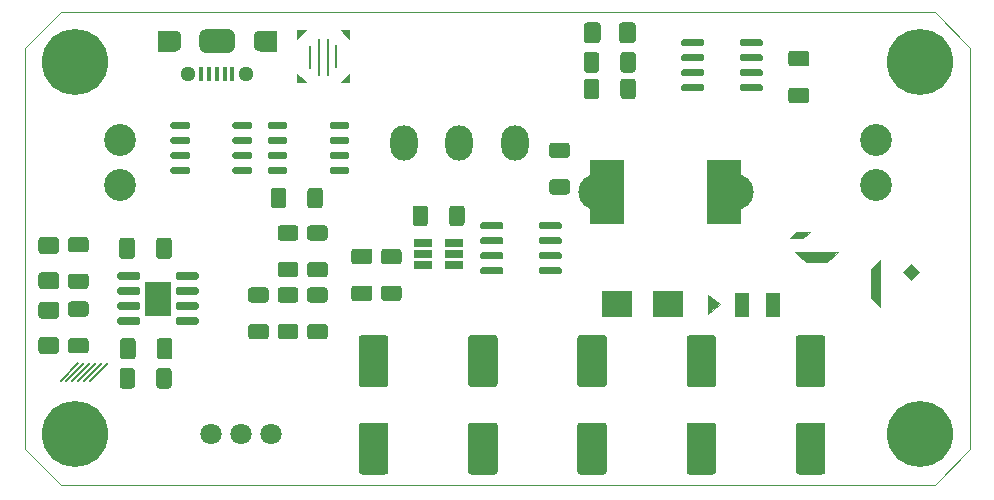
<source format=gbr>
%TF.GenerationSoftware,KiCad,Pcbnew,(5.1.10)-1*%
%TF.CreationDate,2021-06-27T16:28:37+02:00*%
%TF.ProjectId,BatteryBoost,42617474-6572-4794-926f-6f73742e6b69,rev?*%
%TF.SameCoordinates,Original*%
%TF.FileFunction,Soldermask,Top*%
%TF.FilePolarity,Negative*%
%FSLAX46Y46*%
G04 Gerber Fmt 4.6, Leading zero omitted, Abs format (unit mm)*
G04 Created by KiCad (PCBNEW (5.1.10)-1) date 2021-06-27 16:28:37*
%MOMM*%
%LPD*%
G01*
G04 APERTURE LIST*
%ADD10C,0.150000*%
%ADD11C,0.100000*%
%TA.AperFunction,Profile*%
%ADD12C,0.050000*%
%TD*%
%ADD13C,0.120000*%
%ADD14R,1.200000X2.000000*%
%ADD15R,1.560000X0.650000*%
%ADD16R,2.290000X3.000000*%
%ADD17O,2.300000X3.000000*%
%ADD18C,1.800000*%
%ADD19C,3.000000*%
%ADD20R,2.900000X5.400000*%
%ADD21C,2.700000*%
%ADD22O,1.100000X1.800000*%
%ADD23R,0.400000X1.250000*%
%ADD24C,1.290000*%
%ADD25R,2.500000X2.300000*%
%ADD26C,5.600000*%
%ADD27C,3.600000*%
G04 APERTURE END LIST*
D10*
X24150000Y-4750000D02*
X24150000Y-2850000D01*
X24900000Y-5300000D02*
X24900000Y-2300000D01*
X26350000Y-2750000D02*
X26350000Y-4650000D01*
X25600000Y-2300000D02*
X25600000Y-5300000D01*
D11*
G36*
X27450000Y-5950000D02*
G01*
X26750000Y-5950000D01*
X27450000Y-5250000D01*
X27450000Y-5950000D01*
G37*
X27450000Y-5950000D02*
X26750000Y-5950000D01*
X27450000Y-5250000D01*
X27450000Y-5950000D01*
G36*
X23750000Y-5950000D02*
G01*
X23050000Y-5950000D01*
X23050000Y-5250000D01*
X23750000Y-5950000D01*
G37*
X23750000Y-5950000D02*
X23050000Y-5950000D01*
X23050000Y-5250000D01*
X23750000Y-5950000D01*
G36*
X27450000Y-2250000D02*
G01*
X26750000Y-1550000D01*
X27450000Y-1550000D01*
X27450000Y-2250000D01*
G37*
X27450000Y-2250000D02*
X26750000Y-1550000D01*
X27450000Y-1550000D01*
X27450000Y-2250000D01*
G36*
X23050000Y-2250000D02*
G01*
X23050000Y-1550000D01*
X23750000Y-1550000D01*
X23050000Y-2250000D01*
G37*
X23050000Y-2250000D02*
X23050000Y-1550000D01*
X23750000Y-1550000D01*
X23050000Y-2250000D01*
D10*
X5500000Y-31250000D02*
X7000000Y-29750000D01*
X5000000Y-31250000D02*
X6500000Y-29750000D01*
X4500000Y-31250000D02*
X6000000Y-29750000D01*
X4000000Y-31250000D02*
X5500000Y-29750000D01*
X3500000Y-31250000D02*
X5000000Y-29750000D01*
X3000000Y-31250000D02*
X4500000Y-29750000D01*
D11*
G36*
X65900000Y-19150000D02*
G01*
X64750000Y-19150000D01*
X65300000Y-18600000D01*
X66450000Y-18600000D01*
X65900000Y-19150000D01*
G37*
X65900000Y-19150000D02*
X64750000Y-19150000D01*
X65300000Y-18600000D01*
X66450000Y-18600000D01*
X65900000Y-19150000D01*
G36*
X58850000Y-24750000D02*
G01*
X57850000Y-25550000D01*
X57850000Y-23950000D01*
X58850000Y-24750000D01*
G37*
X58850000Y-24750000D02*
X57850000Y-25550000D01*
X57850000Y-23950000D01*
X58850000Y-24750000D01*
G36*
X75700000Y-22000000D02*
G01*
X75000000Y-22700000D01*
X74300000Y-22000000D01*
X75000000Y-21300000D01*
X75700000Y-22000000D01*
G37*
X75700000Y-22000000D02*
X75000000Y-22700000D01*
X74300000Y-22000000D01*
X75000000Y-21300000D01*
X75700000Y-22000000D01*
G36*
X72400000Y-25000000D02*
G01*
X71600000Y-24200000D01*
X71600000Y-21800000D01*
X72400000Y-21000000D01*
X72400000Y-25000000D01*
G37*
X72400000Y-25000000D02*
X71600000Y-24200000D01*
X71600000Y-21800000D01*
X72400000Y-21000000D01*
X72400000Y-25000000D01*
G36*
X67900000Y-21200000D02*
G01*
X66100000Y-21200000D01*
X65200000Y-20300000D01*
X68800000Y-20300000D01*
X67900000Y-21200000D01*
G37*
X67900000Y-21200000D02*
X66100000Y-21200000D01*
X65200000Y-20300000D01*
X68800000Y-20300000D01*
X67900000Y-21200000D01*
D12*
X3000000Y-40000000D02*
X0Y-37000000D01*
X80000000Y-37000000D02*
X77000000Y-40000000D01*
X77000000Y0D02*
X80000000Y-3000000D01*
X0Y-3000000D02*
X3000000Y0D01*
X80000000Y-37000000D02*
X80000000Y-3000000D01*
X3000000Y-40000000D02*
X77000000Y-40000000D01*
X77000000Y0D02*
X3000000Y0D01*
X0Y-3000000D02*
X0Y-37000000D01*
D13*
%TO.C,J5*%
X19850000Y-1600000D02*
X21250000Y-1600000D01*
X19850000Y-3300000D02*
X21250000Y-3300000D01*
X21250000Y-1600000D02*
X21250000Y-3300000D01*
D11*
G36*
X21250000Y-3300000D02*
G01*
X19850000Y-3300000D01*
X19850000Y-1600000D01*
X21250000Y-1600000D01*
X21250000Y-3300000D01*
G37*
X21250000Y-3300000D02*
X19850000Y-3300000D01*
X19850000Y-1600000D01*
X21250000Y-1600000D01*
X21250000Y-3300000D01*
D13*
X12650000Y-1600000D02*
X11250000Y-1600000D01*
X11250000Y-3300000D02*
X11250000Y-1600000D01*
D11*
G36*
X11250000Y-1600000D02*
G01*
X12650000Y-1600000D01*
X12650000Y-3300000D01*
X11250000Y-3300000D01*
X11250000Y-1600000D01*
G37*
X11250000Y-1600000D02*
X12650000Y-1600000D01*
X12650000Y-3300000D01*
X11250000Y-3300000D01*
X11250000Y-1600000D01*
D13*
X12650000Y-3300000D02*
X11250000Y-3300000D01*
%TD*%
D14*
%TO.C,L2*%
X63300000Y-24800000D03*
X60700000Y-24800000D03*
%TD*%
D15*
%TO.C,U3*%
X36350000Y-21450000D03*
X36350000Y-20500000D03*
X36350000Y-19550000D03*
X33650000Y-19550000D03*
X33650000Y-21450000D03*
X33650000Y-20500000D03*
%TD*%
%TO.C,R16*%
G36*
G01*
X32800000Y-17875000D02*
X32800000Y-16625000D01*
G75*
G02*
X33050000Y-16375000I250000J0D01*
G01*
X33850000Y-16375000D01*
G75*
G02*
X34100000Y-16625000I0J-250000D01*
G01*
X34100000Y-17875000D01*
G75*
G02*
X33850000Y-18125000I-250000J0D01*
G01*
X33050000Y-18125000D01*
G75*
G02*
X32800000Y-17875000I0J250000D01*
G01*
G37*
G36*
G01*
X35900000Y-17875000D02*
X35900000Y-16625000D01*
G75*
G02*
X36150000Y-16375000I250000J0D01*
G01*
X36950000Y-16375000D01*
G75*
G02*
X37200000Y-16625000I0J-250000D01*
G01*
X37200000Y-17875000D01*
G75*
G02*
X36950000Y-18125000I-250000J0D01*
G01*
X36150000Y-18125000D01*
G75*
G02*
X35900000Y-17875000I0J250000D01*
G01*
G37*
%TD*%
%TO.C,R15*%
G36*
G01*
X31625000Y-24450000D02*
X30375000Y-24450000D01*
G75*
G02*
X30125000Y-24200000I0J250000D01*
G01*
X30125000Y-23400000D01*
G75*
G02*
X30375000Y-23150000I250000J0D01*
G01*
X31625000Y-23150000D01*
G75*
G02*
X31875000Y-23400000I0J-250000D01*
G01*
X31875000Y-24200000D01*
G75*
G02*
X31625000Y-24450000I-250000J0D01*
G01*
G37*
G36*
G01*
X31625000Y-21350000D02*
X30375000Y-21350000D01*
G75*
G02*
X30125000Y-21100000I0J250000D01*
G01*
X30125000Y-20300000D01*
G75*
G02*
X30375000Y-20050000I250000J0D01*
G01*
X31625000Y-20050000D01*
G75*
G02*
X31875000Y-20300000I0J-250000D01*
G01*
X31875000Y-21100000D01*
G75*
G02*
X31625000Y-21350000I-250000J0D01*
G01*
G37*
%TD*%
%TO.C,Q4*%
G36*
G01*
X38550000Y-18245000D02*
X38550000Y-17945000D01*
G75*
G02*
X38700000Y-17795000I150000J0D01*
G01*
X40350000Y-17795000D01*
G75*
G02*
X40500000Y-17945000I0J-150000D01*
G01*
X40500000Y-18245000D01*
G75*
G02*
X40350000Y-18395000I-150000J0D01*
G01*
X38700000Y-18395000D01*
G75*
G02*
X38550000Y-18245000I0J150000D01*
G01*
G37*
G36*
G01*
X38550000Y-19515000D02*
X38550000Y-19215000D01*
G75*
G02*
X38700000Y-19065000I150000J0D01*
G01*
X40350000Y-19065000D01*
G75*
G02*
X40500000Y-19215000I0J-150000D01*
G01*
X40500000Y-19515000D01*
G75*
G02*
X40350000Y-19665000I-150000J0D01*
G01*
X38700000Y-19665000D01*
G75*
G02*
X38550000Y-19515000I0J150000D01*
G01*
G37*
G36*
G01*
X38550000Y-20785000D02*
X38550000Y-20485000D01*
G75*
G02*
X38700000Y-20335000I150000J0D01*
G01*
X40350000Y-20335000D01*
G75*
G02*
X40500000Y-20485000I0J-150000D01*
G01*
X40500000Y-20785000D01*
G75*
G02*
X40350000Y-20935000I-150000J0D01*
G01*
X38700000Y-20935000D01*
G75*
G02*
X38550000Y-20785000I0J150000D01*
G01*
G37*
G36*
G01*
X38550000Y-22055000D02*
X38550000Y-21755000D01*
G75*
G02*
X38700000Y-21605000I150000J0D01*
G01*
X40350000Y-21605000D01*
G75*
G02*
X40500000Y-21755000I0J-150000D01*
G01*
X40500000Y-22055000D01*
G75*
G02*
X40350000Y-22205000I-150000J0D01*
G01*
X38700000Y-22205000D01*
G75*
G02*
X38550000Y-22055000I0J150000D01*
G01*
G37*
G36*
G01*
X43500000Y-22055000D02*
X43500000Y-21755000D01*
G75*
G02*
X43650000Y-21605000I150000J0D01*
G01*
X45300000Y-21605000D01*
G75*
G02*
X45450000Y-21755000I0J-150000D01*
G01*
X45450000Y-22055000D01*
G75*
G02*
X45300000Y-22205000I-150000J0D01*
G01*
X43650000Y-22205000D01*
G75*
G02*
X43500000Y-22055000I0J150000D01*
G01*
G37*
G36*
G01*
X43500000Y-20785000D02*
X43500000Y-20485000D01*
G75*
G02*
X43650000Y-20335000I150000J0D01*
G01*
X45300000Y-20335000D01*
G75*
G02*
X45450000Y-20485000I0J-150000D01*
G01*
X45450000Y-20785000D01*
G75*
G02*
X45300000Y-20935000I-150000J0D01*
G01*
X43650000Y-20935000D01*
G75*
G02*
X43500000Y-20785000I0J150000D01*
G01*
G37*
G36*
G01*
X43500000Y-19515000D02*
X43500000Y-19215000D01*
G75*
G02*
X43650000Y-19065000I150000J0D01*
G01*
X45300000Y-19065000D01*
G75*
G02*
X45450000Y-19215000I0J-150000D01*
G01*
X45450000Y-19515000D01*
G75*
G02*
X45300000Y-19665000I-150000J0D01*
G01*
X43650000Y-19665000D01*
G75*
G02*
X43500000Y-19515000I0J150000D01*
G01*
G37*
G36*
G01*
X43500000Y-18245000D02*
X43500000Y-17945000D01*
G75*
G02*
X43650000Y-17795000I150000J0D01*
G01*
X45300000Y-17795000D01*
G75*
G02*
X45450000Y-17945000I0J-150000D01*
G01*
X45450000Y-18245000D01*
G75*
G02*
X45300000Y-18395000I-150000J0D01*
G01*
X43650000Y-18395000D01*
G75*
G02*
X43500000Y-18245000I0J150000D01*
G01*
G37*
%TD*%
%TO.C,C9*%
G36*
G01*
X27849999Y-20025000D02*
X29150001Y-20025000D01*
G75*
G02*
X29400000Y-20274999I0J-249999D01*
G01*
X29400000Y-21100001D01*
G75*
G02*
X29150001Y-21350000I-249999J0D01*
G01*
X27849999Y-21350000D01*
G75*
G02*
X27600000Y-21100001I0J249999D01*
G01*
X27600000Y-20274999D01*
G75*
G02*
X27849999Y-20025000I249999J0D01*
G01*
G37*
G36*
G01*
X27849999Y-23150000D02*
X29150001Y-23150000D01*
G75*
G02*
X29400000Y-23399999I0J-249999D01*
G01*
X29400000Y-24225001D01*
G75*
G02*
X29150001Y-24475000I-249999J0D01*
G01*
X27849999Y-24475000D01*
G75*
G02*
X27600000Y-24225001I0J249999D01*
G01*
X27600000Y-23399999D01*
G75*
G02*
X27849999Y-23150000I249999J0D01*
G01*
G37*
%TD*%
%TO.C,C3*%
G36*
G01*
X64849999Y-3275000D02*
X66150001Y-3275000D01*
G75*
G02*
X66400000Y-3524999I0J-249999D01*
G01*
X66400000Y-4350001D01*
G75*
G02*
X66150001Y-4600000I-249999J0D01*
G01*
X64849999Y-4600000D01*
G75*
G02*
X64600000Y-4350001I0J249999D01*
G01*
X64600000Y-3524999D01*
G75*
G02*
X64849999Y-3275000I249999J0D01*
G01*
G37*
G36*
G01*
X64849999Y-6400000D02*
X66150001Y-6400000D01*
G75*
G02*
X66400000Y-6649999I0J-249999D01*
G01*
X66400000Y-7475001D01*
G75*
G02*
X66150001Y-7725000I-249999J0D01*
G01*
X64849999Y-7725000D01*
G75*
G02*
X64600000Y-7475001I0J249999D01*
G01*
X64600000Y-6649999D01*
G75*
G02*
X64849999Y-6400000I249999J0D01*
G01*
G37*
%TD*%
%TO.C,R2*%
G36*
G01*
X44625000Y-14150000D02*
X45875000Y-14150000D01*
G75*
G02*
X46125000Y-14400000I0J-250000D01*
G01*
X46125000Y-15200000D01*
G75*
G02*
X45875000Y-15450000I-250000J0D01*
G01*
X44625000Y-15450000D01*
G75*
G02*
X44375000Y-15200000I0J250000D01*
G01*
X44375000Y-14400000D01*
G75*
G02*
X44625000Y-14150000I250000J0D01*
G01*
G37*
G36*
G01*
X44625000Y-11050000D02*
X45875000Y-11050000D01*
G75*
G02*
X46125000Y-11300000I0J-250000D01*
G01*
X46125000Y-12100000D01*
G75*
G02*
X45875000Y-12350000I-250000J0D01*
G01*
X44625000Y-12350000D01*
G75*
G02*
X44375000Y-12100000I0J250000D01*
G01*
X44375000Y-11300000D01*
G75*
G02*
X44625000Y-11050000I250000J0D01*
G01*
G37*
%TD*%
%TO.C,R10*%
G36*
G01*
X22100000Y-15125000D02*
X22100000Y-16375000D01*
G75*
G02*
X21850000Y-16625000I-250000J0D01*
G01*
X21050000Y-16625000D01*
G75*
G02*
X20800000Y-16375000I0J250000D01*
G01*
X20800000Y-15125000D01*
G75*
G02*
X21050000Y-14875000I250000J0D01*
G01*
X21850000Y-14875000D01*
G75*
G02*
X22100000Y-15125000I0J-250000D01*
G01*
G37*
G36*
G01*
X25200000Y-15125000D02*
X25200000Y-16375000D01*
G75*
G02*
X24950000Y-16625000I-250000J0D01*
G01*
X24150000Y-16625000D01*
G75*
G02*
X23900000Y-16375000I0J250000D01*
G01*
X23900000Y-15125000D01*
G75*
G02*
X24150000Y-14875000I250000J0D01*
G01*
X24950000Y-14875000D01*
G75*
G02*
X25200000Y-15125000I0J-250000D01*
G01*
G37*
%TD*%
%TO.C,Q1*%
G36*
G01*
X20550000Y-9745000D02*
X20550000Y-9445000D01*
G75*
G02*
X20700000Y-9295000I150000J0D01*
G01*
X22050000Y-9295000D01*
G75*
G02*
X22200000Y-9445000I0J-150000D01*
G01*
X22200000Y-9745000D01*
G75*
G02*
X22050000Y-9895000I-150000J0D01*
G01*
X20700000Y-9895000D01*
G75*
G02*
X20550000Y-9745000I0J150000D01*
G01*
G37*
G36*
G01*
X20550000Y-11015000D02*
X20550000Y-10715000D01*
G75*
G02*
X20700000Y-10565000I150000J0D01*
G01*
X22050000Y-10565000D01*
G75*
G02*
X22200000Y-10715000I0J-150000D01*
G01*
X22200000Y-11015000D01*
G75*
G02*
X22050000Y-11165000I-150000J0D01*
G01*
X20700000Y-11165000D01*
G75*
G02*
X20550000Y-11015000I0J150000D01*
G01*
G37*
G36*
G01*
X20550000Y-12285000D02*
X20550000Y-11985000D01*
G75*
G02*
X20700000Y-11835000I150000J0D01*
G01*
X22050000Y-11835000D01*
G75*
G02*
X22200000Y-11985000I0J-150000D01*
G01*
X22200000Y-12285000D01*
G75*
G02*
X22050000Y-12435000I-150000J0D01*
G01*
X20700000Y-12435000D01*
G75*
G02*
X20550000Y-12285000I0J150000D01*
G01*
G37*
G36*
G01*
X20550000Y-13555000D02*
X20550000Y-13255000D01*
G75*
G02*
X20700000Y-13105000I150000J0D01*
G01*
X22050000Y-13105000D01*
G75*
G02*
X22200000Y-13255000I0J-150000D01*
G01*
X22200000Y-13555000D01*
G75*
G02*
X22050000Y-13705000I-150000J0D01*
G01*
X20700000Y-13705000D01*
G75*
G02*
X20550000Y-13555000I0J150000D01*
G01*
G37*
G36*
G01*
X25800000Y-13555000D02*
X25800000Y-13255000D01*
G75*
G02*
X25950000Y-13105000I150000J0D01*
G01*
X27300000Y-13105000D01*
G75*
G02*
X27450000Y-13255000I0J-150000D01*
G01*
X27450000Y-13555000D01*
G75*
G02*
X27300000Y-13705000I-150000J0D01*
G01*
X25950000Y-13705000D01*
G75*
G02*
X25800000Y-13555000I0J150000D01*
G01*
G37*
G36*
G01*
X25800000Y-12285000D02*
X25800000Y-11985000D01*
G75*
G02*
X25950000Y-11835000I150000J0D01*
G01*
X27300000Y-11835000D01*
G75*
G02*
X27450000Y-11985000I0J-150000D01*
G01*
X27450000Y-12285000D01*
G75*
G02*
X27300000Y-12435000I-150000J0D01*
G01*
X25950000Y-12435000D01*
G75*
G02*
X25800000Y-12285000I0J150000D01*
G01*
G37*
G36*
G01*
X25800000Y-11015000D02*
X25800000Y-10715000D01*
G75*
G02*
X25950000Y-10565000I150000J0D01*
G01*
X27300000Y-10565000D01*
G75*
G02*
X27450000Y-10715000I0J-150000D01*
G01*
X27450000Y-11015000D01*
G75*
G02*
X27300000Y-11165000I-150000J0D01*
G01*
X25950000Y-11165000D01*
G75*
G02*
X25800000Y-11015000I0J150000D01*
G01*
G37*
G36*
G01*
X25800000Y-9745000D02*
X25800000Y-9445000D01*
G75*
G02*
X25950000Y-9295000I150000J0D01*
G01*
X27300000Y-9295000D01*
G75*
G02*
X27450000Y-9445000I0J-150000D01*
G01*
X27450000Y-9745000D01*
G75*
G02*
X27300000Y-9895000I-150000J0D01*
G01*
X25950000Y-9895000D01*
G75*
G02*
X25800000Y-9745000I0J150000D01*
G01*
G37*
%TD*%
%TO.C,Q2*%
G36*
G01*
X13950000Y-13255000D02*
X13950000Y-13555000D01*
G75*
G02*
X13800000Y-13705000I-150000J0D01*
G01*
X12450000Y-13705000D01*
G75*
G02*
X12300000Y-13555000I0J150000D01*
G01*
X12300000Y-13255000D01*
G75*
G02*
X12450000Y-13105000I150000J0D01*
G01*
X13800000Y-13105000D01*
G75*
G02*
X13950000Y-13255000I0J-150000D01*
G01*
G37*
G36*
G01*
X13950000Y-11985000D02*
X13950000Y-12285000D01*
G75*
G02*
X13800000Y-12435000I-150000J0D01*
G01*
X12450000Y-12435000D01*
G75*
G02*
X12300000Y-12285000I0J150000D01*
G01*
X12300000Y-11985000D01*
G75*
G02*
X12450000Y-11835000I150000J0D01*
G01*
X13800000Y-11835000D01*
G75*
G02*
X13950000Y-11985000I0J-150000D01*
G01*
G37*
G36*
G01*
X13950000Y-10715000D02*
X13950000Y-11015000D01*
G75*
G02*
X13800000Y-11165000I-150000J0D01*
G01*
X12450000Y-11165000D01*
G75*
G02*
X12300000Y-11015000I0J150000D01*
G01*
X12300000Y-10715000D01*
G75*
G02*
X12450000Y-10565000I150000J0D01*
G01*
X13800000Y-10565000D01*
G75*
G02*
X13950000Y-10715000I0J-150000D01*
G01*
G37*
G36*
G01*
X13950000Y-9445000D02*
X13950000Y-9745000D01*
G75*
G02*
X13800000Y-9895000I-150000J0D01*
G01*
X12450000Y-9895000D01*
G75*
G02*
X12300000Y-9745000I0J150000D01*
G01*
X12300000Y-9445000D01*
G75*
G02*
X12450000Y-9295000I150000J0D01*
G01*
X13800000Y-9295000D01*
G75*
G02*
X13950000Y-9445000I0J-150000D01*
G01*
G37*
G36*
G01*
X19200000Y-9445000D02*
X19200000Y-9745000D01*
G75*
G02*
X19050000Y-9895000I-150000J0D01*
G01*
X17700000Y-9895000D01*
G75*
G02*
X17550000Y-9745000I0J150000D01*
G01*
X17550000Y-9445000D01*
G75*
G02*
X17700000Y-9295000I150000J0D01*
G01*
X19050000Y-9295000D01*
G75*
G02*
X19200000Y-9445000I0J-150000D01*
G01*
G37*
G36*
G01*
X19200000Y-10715000D02*
X19200000Y-11015000D01*
G75*
G02*
X19050000Y-11165000I-150000J0D01*
G01*
X17700000Y-11165000D01*
G75*
G02*
X17550000Y-11015000I0J150000D01*
G01*
X17550000Y-10715000D01*
G75*
G02*
X17700000Y-10565000I150000J0D01*
G01*
X19050000Y-10565000D01*
G75*
G02*
X19200000Y-10715000I0J-150000D01*
G01*
G37*
G36*
G01*
X19200000Y-11985000D02*
X19200000Y-12285000D01*
G75*
G02*
X19050000Y-12435000I-150000J0D01*
G01*
X17700000Y-12435000D01*
G75*
G02*
X17550000Y-12285000I0J150000D01*
G01*
X17550000Y-11985000D01*
G75*
G02*
X17700000Y-11835000I150000J0D01*
G01*
X19050000Y-11835000D01*
G75*
G02*
X19200000Y-11985000I0J-150000D01*
G01*
G37*
G36*
G01*
X19200000Y-13255000D02*
X19200000Y-13555000D01*
G75*
G02*
X19050000Y-13705000I-150000J0D01*
G01*
X17700000Y-13705000D01*
G75*
G02*
X17550000Y-13555000I0J150000D01*
G01*
X17550000Y-13255000D01*
G75*
G02*
X17700000Y-13105000I150000J0D01*
G01*
X19050000Y-13105000D01*
G75*
G02*
X19200000Y-13255000I0J-150000D01*
G01*
G37*
%TD*%
%TO.C,U2*%
G36*
G01*
X14700000Y-26005000D02*
X14700000Y-26305000D01*
G75*
G02*
X14550000Y-26455000I-150000J0D01*
G01*
X12900000Y-26455000D01*
G75*
G02*
X12750000Y-26305000I0J150000D01*
G01*
X12750000Y-26005000D01*
G75*
G02*
X12900000Y-25855000I150000J0D01*
G01*
X14550000Y-25855000D01*
G75*
G02*
X14700000Y-26005000I0J-150000D01*
G01*
G37*
G36*
G01*
X14700000Y-24735000D02*
X14700000Y-25035000D01*
G75*
G02*
X14550000Y-25185000I-150000J0D01*
G01*
X12900000Y-25185000D01*
G75*
G02*
X12750000Y-25035000I0J150000D01*
G01*
X12750000Y-24735000D01*
G75*
G02*
X12900000Y-24585000I150000J0D01*
G01*
X14550000Y-24585000D01*
G75*
G02*
X14700000Y-24735000I0J-150000D01*
G01*
G37*
G36*
G01*
X14700000Y-23465000D02*
X14700000Y-23765000D01*
G75*
G02*
X14550000Y-23915000I-150000J0D01*
G01*
X12900000Y-23915000D01*
G75*
G02*
X12750000Y-23765000I0J150000D01*
G01*
X12750000Y-23465000D01*
G75*
G02*
X12900000Y-23315000I150000J0D01*
G01*
X14550000Y-23315000D01*
G75*
G02*
X14700000Y-23465000I0J-150000D01*
G01*
G37*
G36*
G01*
X14700000Y-22195000D02*
X14700000Y-22495000D01*
G75*
G02*
X14550000Y-22645000I-150000J0D01*
G01*
X12900000Y-22645000D01*
G75*
G02*
X12750000Y-22495000I0J150000D01*
G01*
X12750000Y-22195000D01*
G75*
G02*
X12900000Y-22045000I150000J0D01*
G01*
X14550000Y-22045000D01*
G75*
G02*
X14700000Y-22195000I0J-150000D01*
G01*
G37*
G36*
G01*
X9750000Y-22195000D02*
X9750000Y-22495000D01*
G75*
G02*
X9600000Y-22645000I-150000J0D01*
G01*
X7950000Y-22645000D01*
G75*
G02*
X7800000Y-22495000I0J150000D01*
G01*
X7800000Y-22195000D01*
G75*
G02*
X7950000Y-22045000I150000J0D01*
G01*
X9600000Y-22045000D01*
G75*
G02*
X9750000Y-22195000I0J-150000D01*
G01*
G37*
G36*
G01*
X9750000Y-23465000D02*
X9750000Y-23765000D01*
G75*
G02*
X9600000Y-23915000I-150000J0D01*
G01*
X7950000Y-23915000D01*
G75*
G02*
X7800000Y-23765000I0J150000D01*
G01*
X7800000Y-23465000D01*
G75*
G02*
X7950000Y-23315000I150000J0D01*
G01*
X9600000Y-23315000D01*
G75*
G02*
X9750000Y-23465000I0J-150000D01*
G01*
G37*
G36*
G01*
X9750000Y-24735000D02*
X9750000Y-25035000D01*
G75*
G02*
X9600000Y-25185000I-150000J0D01*
G01*
X7950000Y-25185000D01*
G75*
G02*
X7800000Y-25035000I0J150000D01*
G01*
X7800000Y-24735000D01*
G75*
G02*
X7950000Y-24585000I150000J0D01*
G01*
X9600000Y-24585000D01*
G75*
G02*
X9750000Y-24735000I0J-150000D01*
G01*
G37*
G36*
G01*
X9750000Y-26005000D02*
X9750000Y-26305000D01*
G75*
G02*
X9600000Y-26455000I-150000J0D01*
G01*
X7950000Y-26455000D01*
G75*
G02*
X7800000Y-26305000I0J150000D01*
G01*
X7800000Y-26005000D01*
G75*
G02*
X7950000Y-25855000I150000J0D01*
G01*
X9600000Y-25855000D01*
G75*
G02*
X9750000Y-26005000I0J-150000D01*
G01*
G37*
D16*
X11250000Y-24250000D03*
%TD*%
%TO.C,U1*%
G36*
G01*
X57500000Y-6255000D02*
X57500000Y-6555000D01*
G75*
G02*
X57350000Y-6705000I-150000J0D01*
G01*
X55700000Y-6705000D01*
G75*
G02*
X55550000Y-6555000I0J150000D01*
G01*
X55550000Y-6255000D01*
G75*
G02*
X55700000Y-6105000I150000J0D01*
G01*
X57350000Y-6105000D01*
G75*
G02*
X57500000Y-6255000I0J-150000D01*
G01*
G37*
G36*
G01*
X57500000Y-4985000D02*
X57500000Y-5285000D01*
G75*
G02*
X57350000Y-5435000I-150000J0D01*
G01*
X55700000Y-5435000D01*
G75*
G02*
X55550000Y-5285000I0J150000D01*
G01*
X55550000Y-4985000D01*
G75*
G02*
X55700000Y-4835000I150000J0D01*
G01*
X57350000Y-4835000D01*
G75*
G02*
X57500000Y-4985000I0J-150000D01*
G01*
G37*
G36*
G01*
X57500000Y-3715000D02*
X57500000Y-4015000D01*
G75*
G02*
X57350000Y-4165000I-150000J0D01*
G01*
X55700000Y-4165000D01*
G75*
G02*
X55550000Y-4015000I0J150000D01*
G01*
X55550000Y-3715000D01*
G75*
G02*
X55700000Y-3565000I150000J0D01*
G01*
X57350000Y-3565000D01*
G75*
G02*
X57500000Y-3715000I0J-150000D01*
G01*
G37*
G36*
G01*
X57500000Y-2445000D02*
X57500000Y-2745000D01*
G75*
G02*
X57350000Y-2895000I-150000J0D01*
G01*
X55700000Y-2895000D01*
G75*
G02*
X55550000Y-2745000I0J150000D01*
G01*
X55550000Y-2445000D01*
G75*
G02*
X55700000Y-2295000I150000J0D01*
G01*
X57350000Y-2295000D01*
G75*
G02*
X57500000Y-2445000I0J-150000D01*
G01*
G37*
G36*
G01*
X62450000Y-2445000D02*
X62450000Y-2745000D01*
G75*
G02*
X62300000Y-2895000I-150000J0D01*
G01*
X60650000Y-2895000D01*
G75*
G02*
X60500000Y-2745000I0J150000D01*
G01*
X60500000Y-2445000D01*
G75*
G02*
X60650000Y-2295000I150000J0D01*
G01*
X62300000Y-2295000D01*
G75*
G02*
X62450000Y-2445000I0J-150000D01*
G01*
G37*
G36*
G01*
X62450000Y-3715000D02*
X62450000Y-4015000D01*
G75*
G02*
X62300000Y-4165000I-150000J0D01*
G01*
X60650000Y-4165000D01*
G75*
G02*
X60500000Y-4015000I0J150000D01*
G01*
X60500000Y-3715000D01*
G75*
G02*
X60650000Y-3565000I150000J0D01*
G01*
X62300000Y-3565000D01*
G75*
G02*
X62450000Y-3715000I0J-150000D01*
G01*
G37*
G36*
G01*
X62450000Y-4985000D02*
X62450000Y-5285000D01*
G75*
G02*
X62300000Y-5435000I-150000J0D01*
G01*
X60650000Y-5435000D01*
G75*
G02*
X60500000Y-5285000I0J150000D01*
G01*
X60500000Y-4985000D01*
G75*
G02*
X60650000Y-4835000I150000J0D01*
G01*
X62300000Y-4835000D01*
G75*
G02*
X62450000Y-4985000I0J-150000D01*
G01*
G37*
G36*
G01*
X62450000Y-6255000D02*
X62450000Y-6555000D01*
G75*
G02*
X62300000Y-6705000I-150000J0D01*
G01*
X60650000Y-6705000D01*
G75*
G02*
X60500000Y-6555000I0J150000D01*
G01*
X60500000Y-6255000D01*
G75*
G02*
X60650000Y-6105000I150000J0D01*
G01*
X62300000Y-6105000D01*
G75*
G02*
X62450000Y-6255000I0J-150000D01*
G01*
G37*
%TD*%
D17*
%TO.C,SW1*%
X32050000Y-11100000D03*
X36750000Y-11100000D03*
X41450000Y-11100000D03*
%TD*%
D18*
%TO.C,RV1*%
X20790000Y-35750000D03*
X18250000Y-35750000D03*
X15710000Y-35750000D03*
%TD*%
%TO.C,R12*%
G36*
G01*
X47300000Y-4875000D02*
X47300000Y-3625000D01*
G75*
G02*
X47550000Y-3375000I250000J0D01*
G01*
X48350000Y-3375000D01*
G75*
G02*
X48600000Y-3625000I0J-250000D01*
G01*
X48600000Y-4875000D01*
G75*
G02*
X48350000Y-5125000I-250000J0D01*
G01*
X47550000Y-5125000D01*
G75*
G02*
X47300000Y-4875000I0J250000D01*
G01*
G37*
G36*
G01*
X50400000Y-4875000D02*
X50400000Y-3625000D01*
G75*
G02*
X50650000Y-3375000I250000J0D01*
G01*
X51450000Y-3375000D01*
G75*
G02*
X51700000Y-3625000I0J-250000D01*
G01*
X51700000Y-4875000D01*
G75*
G02*
X51450000Y-5125000I-250000J0D01*
G01*
X50650000Y-5125000D01*
G75*
G02*
X50400000Y-4875000I0J250000D01*
G01*
G37*
%TD*%
%TO.C,R11*%
G36*
G01*
X12400000Y-30375000D02*
X12400000Y-31625000D01*
G75*
G02*
X12150000Y-31875000I-250000J0D01*
G01*
X11350000Y-31875000D01*
G75*
G02*
X11100000Y-31625000I0J250000D01*
G01*
X11100000Y-30375000D01*
G75*
G02*
X11350000Y-30125000I250000J0D01*
G01*
X12150000Y-30125000D01*
G75*
G02*
X12400000Y-30375000I0J-250000D01*
G01*
G37*
G36*
G01*
X9300000Y-30375000D02*
X9300000Y-31625000D01*
G75*
G02*
X9050000Y-31875000I-250000J0D01*
G01*
X8250000Y-31875000D01*
G75*
G02*
X8000000Y-31625000I0J250000D01*
G01*
X8000000Y-30375000D01*
G75*
G02*
X8250000Y-30125000I250000J0D01*
G01*
X9050000Y-30125000D01*
G75*
G02*
X9300000Y-30375000I0J-250000D01*
G01*
G37*
%TD*%
%TO.C,R9*%
G36*
G01*
X21625000Y-18050000D02*
X22875000Y-18050000D01*
G75*
G02*
X23125000Y-18300000I0J-250000D01*
G01*
X23125000Y-19100000D01*
G75*
G02*
X22875000Y-19350000I-250000J0D01*
G01*
X21625000Y-19350000D01*
G75*
G02*
X21375000Y-19100000I0J250000D01*
G01*
X21375000Y-18300000D01*
G75*
G02*
X21625000Y-18050000I250000J0D01*
G01*
G37*
G36*
G01*
X21625000Y-21150000D02*
X22875000Y-21150000D01*
G75*
G02*
X23125000Y-21400000I0J-250000D01*
G01*
X23125000Y-22200000D01*
G75*
G02*
X22875000Y-22450000I-250000J0D01*
G01*
X21625000Y-22450000D01*
G75*
G02*
X21375000Y-22200000I0J250000D01*
G01*
X21375000Y-21400000D01*
G75*
G02*
X21625000Y-21150000I250000J0D01*
G01*
G37*
%TD*%
%TO.C,R8*%
G36*
G01*
X5125000Y-25800000D02*
X3875000Y-25800000D01*
G75*
G02*
X3625000Y-25550000I0J250000D01*
G01*
X3625000Y-24750000D01*
G75*
G02*
X3875000Y-24500000I250000J0D01*
G01*
X5125000Y-24500000D01*
G75*
G02*
X5375000Y-24750000I0J-250000D01*
G01*
X5375000Y-25550000D01*
G75*
G02*
X5125000Y-25800000I-250000J0D01*
G01*
G37*
G36*
G01*
X5125000Y-28900000D02*
X3875000Y-28900000D01*
G75*
G02*
X3625000Y-28650000I0J250000D01*
G01*
X3625000Y-27850000D01*
G75*
G02*
X3875000Y-27600000I250000J0D01*
G01*
X5125000Y-27600000D01*
G75*
G02*
X5375000Y-27850000I0J-250000D01*
G01*
X5375000Y-28650000D01*
G75*
G02*
X5125000Y-28900000I-250000J0D01*
G01*
G37*
%TD*%
%TO.C,R7*%
G36*
G01*
X21625000Y-23300000D02*
X22875000Y-23300000D01*
G75*
G02*
X23125000Y-23550000I0J-250000D01*
G01*
X23125000Y-24350000D01*
G75*
G02*
X22875000Y-24600000I-250000J0D01*
G01*
X21625000Y-24600000D01*
G75*
G02*
X21375000Y-24350000I0J250000D01*
G01*
X21375000Y-23550000D01*
G75*
G02*
X21625000Y-23300000I250000J0D01*
G01*
G37*
G36*
G01*
X21625000Y-26400000D02*
X22875000Y-26400000D01*
G75*
G02*
X23125000Y-26650000I0J-250000D01*
G01*
X23125000Y-27450000D01*
G75*
G02*
X22875000Y-27700000I-250000J0D01*
G01*
X21625000Y-27700000D01*
G75*
G02*
X21375000Y-27450000I0J250000D01*
G01*
X21375000Y-26650000D01*
G75*
G02*
X21625000Y-26400000I250000J0D01*
G01*
G37*
%TD*%
%TO.C,R6*%
G36*
G01*
X25375000Y-22450000D02*
X24125000Y-22450000D01*
G75*
G02*
X23875000Y-22200000I0J250000D01*
G01*
X23875000Y-21400000D01*
G75*
G02*
X24125000Y-21150000I250000J0D01*
G01*
X25375000Y-21150000D01*
G75*
G02*
X25625000Y-21400000I0J-250000D01*
G01*
X25625000Y-22200000D01*
G75*
G02*
X25375000Y-22450000I-250000J0D01*
G01*
G37*
G36*
G01*
X25375000Y-19350000D02*
X24125000Y-19350000D01*
G75*
G02*
X23875000Y-19100000I0J250000D01*
G01*
X23875000Y-18300000D01*
G75*
G02*
X24125000Y-18050000I250000J0D01*
G01*
X25375000Y-18050000D01*
G75*
G02*
X25625000Y-18300000I0J-250000D01*
G01*
X25625000Y-19100000D01*
G75*
G02*
X25375000Y-19350000I-250000J0D01*
G01*
G37*
%TD*%
%TO.C,R5*%
G36*
G01*
X3875000Y-22150000D02*
X5125000Y-22150000D01*
G75*
G02*
X5375000Y-22400000I0J-250000D01*
G01*
X5375000Y-23200000D01*
G75*
G02*
X5125000Y-23450000I-250000J0D01*
G01*
X3875000Y-23450000D01*
G75*
G02*
X3625000Y-23200000I0J250000D01*
G01*
X3625000Y-22400000D01*
G75*
G02*
X3875000Y-22150000I250000J0D01*
G01*
G37*
G36*
G01*
X3875000Y-19050000D02*
X5125000Y-19050000D01*
G75*
G02*
X5375000Y-19300000I0J-250000D01*
G01*
X5375000Y-20100000D01*
G75*
G02*
X5125000Y-20350000I-250000J0D01*
G01*
X3875000Y-20350000D01*
G75*
G02*
X3625000Y-20100000I0J250000D01*
G01*
X3625000Y-19300000D01*
G75*
G02*
X3875000Y-19050000I250000J0D01*
G01*
G37*
%TD*%
%TO.C,R4*%
G36*
G01*
X19125000Y-23300000D02*
X20375000Y-23300000D01*
G75*
G02*
X20625000Y-23550000I0J-250000D01*
G01*
X20625000Y-24350000D01*
G75*
G02*
X20375000Y-24600000I-250000J0D01*
G01*
X19125000Y-24600000D01*
G75*
G02*
X18875000Y-24350000I0J250000D01*
G01*
X18875000Y-23550000D01*
G75*
G02*
X19125000Y-23300000I250000J0D01*
G01*
G37*
G36*
G01*
X19125000Y-26400000D02*
X20375000Y-26400000D01*
G75*
G02*
X20625000Y-26650000I0J-250000D01*
G01*
X20625000Y-27450000D01*
G75*
G02*
X20375000Y-27700000I-250000J0D01*
G01*
X19125000Y-27700000D01*
G75*
G02*
X18875000Y-27450000I0J250000D01*
G01*
X18875000Y-26650000D01*
G75*
G02*
X19125000Y-26400000I250000J0D01*
G01*
G37*
%TD*%
%TO.C,R3*%
G36*
G01*
X25375000Y-27700000D02*
X24125000Y-27700000D01*
G75*
G02*
X23875000Y-27450000I0J250000D01*
G01*
X23875000Y-26650000D01*
G75*
G02*
X24125000Y-26400000I250000J0D01*
G01*
X25375000Y-26400000D01*
G75*
G02*
X25625000Y-26650000I0J-250000D01*
G01*
X25625000Y-27450000D01*
G75*
G02*
X25375000Y-27700000I-250000J0D01*
G01*
G37*
G36*
G01*
X25375000Y-24600000D02*
X24125000Y-24600000D01*
G75*
G02*
X23875000Y-24350000I0J250000D01*
G01*
X23875000Y-23550000D01*
G75*
G02*
X24125000Y-23300000I250000J0D01*
G01*
X25375000Y-23300000D01*
G75*
G02*
X25625000Y-23550000I0J-250000D01*
G01*
X25625000Y-24350000D01*
G75*
G02*
X25375000Y-24600000I-250000J0D01*
G01*
G37*
%TD*%
%TO.C,R1*%
G36*
G01*
X51700000Y-5875000D02*
X51700000Y-7125000D01*
G75*
G02*
X51450000Y-7375000I-250000J0D01*
G01*
X50650000Y-7375000D01*
G75*
G02*
X50400000Y-7125000I0J250000D01*
G01*
X50400000Y-5875000D01*
G75*
G02*
X50650000Y-5625000I250000J0D01*
G01*
X51450000Y-5625000D01*
G75*
G02*
X51700000Y-5875000I0J-250000D01*
G01*
G37*
G36*
G01*
X48600000Y-5875000D02*
X48600000Y-7125000D01*
G75*
G02*
X48350000Y-7375000I-250000J0D01*
G01*
X47550000Y-7375000D01*
G75*
G02*
X47300000Y-7125000I0J250000D01*
G01*
X47300000Y-5875000D01*
G75*
G02*
X47550000Y-5625000I250000J0D01*
G01*
X48350000Y-5625000D01*
G75*
G02*
X48600000Y-5875000I0J-250000D01*
G01*
G37*
%TD*%
D19*
%TO.C,L1*%
X48350000Y-15250000D03*
X60150000Y-15250000D03*
D20*
X49300000Y-15250000D03*
X59200000Y-15250000D03*
%TD*%
D21*
%TO.C,J7*%
X72000000Y-14655000D03*
X72000000Y-10845000D03*
%TD*%
%TO.C,J6*%
X8000000Y-10845000D03*
X8000000Y-14655000D03*
%TD*%
D22*
%TO.C,J5*%
X12650000Y-2450000D03*
G36*
G01*
X17750000Y-1950000D02*
X17750000Y-2950000D01*
G75*
G02*
X17250000Y-3450000I-500000J0D01*
G01*
X15250000Y-3450000D01*
G75*
G02*
X14750000Y-2950000I0J500000D01*
G01*
X14750000Y-1950000D01*
G75*
G02*
X15250000Y-1450000I500000J0D01*
G01*
X17250000Y-1450000D01*
G75*
G02*
X17750000Y-1950000I0J-500000D01*
G01*
G37*
D23*
X14900000Y-5250000D03*
X15600000Y-5250000D03*
X16250000Y-5250000D03*
X16900000Y-5250000D03*
X17550000Y-5250000D03*
D24*
X13825000Y-5250000D03*
X18675000Y-5250000D03*
D22*
X12650000Y-2450000D03*
X19850000Y-2450000D03*
%TD*%
%TO.C,D4*%
G36*
G01*
X50275000Y-2375000D02*
X50275000Y-1125000D01*
G75*
G02*
X50525000Y-875000I250000J0D01*
G01*
X51450000Y-875000D01*
G75*
G02*
X51700000Y-1125000I0J-250000D01*
G01*
X51700000Y-2375000D01*
G75*
G02*
X51450000Y-2625000I-250000J0D01*
G01*
X50525000Y-2625000D01*
G75*
G02*
X50275000Y-2375000I0J250000D01*
G01*
G37*
G36*
G01*
X47300000Y-2375000D02*
X47300000Y-1125000D01*
G75*
G02*
X47550000Y-875000I250000J0D01*
G01*
X48475000Y-875000D01*
G75*
G02*
X48725000Y-1125000I0J-250000D01*
G01*
X48725000Y-2375000D01*
G75*
G02*
X48475000Y-2625000I-250000J0D01*
G01*
X47550000Y-2625000D01*
G75*
G02*
X47300000Y-2375000I0J250000D01*
G01*
G37*
%TD*%
%TO.C,D3*%
G36*
G01*
X2625000Y-25962500D02*
X1375000Y-25962500D01*
G75*
G02*
X1125000Y-25712500I0J250000D01*
G01*
X1125000Y-24787500D01*
G75*
G02*
X1375000Y-24537500I250000J0D01*
G01*
X2625000Y-24537500D01*
G75*
G02*
X2875000Y-24787500I0J-250000D01*
G01*
X2875000Y-25712500D01*
G75*
G02*
X2625000Y-25962500I-250000J0D01*
G01*
G37*
G36*
G01*
X2625000Y-28937500D02*
X1375000Y-28937500D01*
G75*
G02*
X1125000Y-28687500I0J250000D01*
G01*
X1125000Y-27762500D01*
G75*
G02*
X1375000Y-27512500I250000J0D01*
G01*
X2625000Y-27512500D01*
G75*
G02*
X2875000Y-27762500I0J-250000D01*
G01*
X2875000Y-28687500D01*
G75*
G02*
X2625000Y-28937500I-250000J0D01*
G01*
G37*
%TD*%
D25*
%TO.C,D2*%
X50100000Y-24750000D03*
X54400000Y-24750000D03*
%TD*%
%TO.C,D1*%
G36*
G01*
X2625000Y-20475000D02*
X1375000Y-20475000D01*
G75*
G02*
X1125000Y-20225000I0J250000D01*
G01*
X1125000Y-19300000D01*
G75*
G02*
X1375000Y-19050000I250000J0D01*
G01*
X2625000Y-19050000D01*
G75*
G02*
X2875000Y-19300000I0J-250000D01*
G01*
X2875000Y-20225000D01*
G75*
G02*
X2625000Y-20475000I-250000J0D01*
G01*
G37*
G36*
G01*
X2625000Y-23450000D02*
X1375000Y-23450000D01*
G75*
G02*
X1125000Y-23200000I0J250000D01*
G01*
X1125000Y-22275000D01*
G75*
G02*
X1375000Y-22025000I250000J0D01*
G01*
X2625000Y-22025000D01*
G75*
G02*
X2875000Y-22275000I0J-250000D01*
G01*
X2875000Y-23200000D01*
G75*
G02*
X2625000Y-23450000I-250000J0D01*
G01*
G37*
%TD*%
%TO.C,C8*%
G36*
G01*
X56250000Y-34750000D02*
X58250000Y-34750000D01*
G75*
G02*
X58500000Y-35000000I0J-250000D01*
G01*
X58500000Y-38900000D01*
G75*
G02*
X58250000Y-39150000I-250000J0D01*
G01*
X56250000Y-39150000D01*
G75*
G02*
X56000000Y-38900000I0J250000D01*
G01*
X56000000Y-35000000D01*
G75*
G02*
X56250000Y-34750000I250000J0D01*
G01*
G37*
G36*
G01*
X56250000Y-27350000D02*
X58250000Y-27350000D01*
G75*
G02*
X58500000Y-27600000I0J-250000D01*
G01*
X58500000Y-31500000D01*
G75*
G02*
X58250000Y-31750000I-250000J0D01*
G01*
X56250000Y-31750000D01*
G75*
G02*
X56000000Y-31500000I0J250000D01*
G01*
X56000000Y-27600000D01*
G75*
G02*
X56250000Y-27350000I250000J0D01*
G01*
G37*
%TD*%
%TO.C,C7*%
G36*
G01*
X37750000Y-34750000D02*
X39750000Y-34750000D01*
G75*
G02*
X40000000Y-35000000I0J-250000D01*
G01*
X40000000Y-38900000D01*
G75*
G02*
X39750000Y-39150000I-250000J0D01*
G01*
X37750000Y-39150000D01*
G75*
G02*
X37500000Y-38900000I0J250000D01*
G01*
X37500000Y-35000000D01*
G75*
G02*
X37750000Y-34750000I250000J0D01*
G01*
G37*
G36*
G01*
X37750000Y-27350000D02*
X39750000Y-27350000D01*
G75*
G02*
X40000000Y-27600000I0J-250000D01*
G01*
X40000000Y-31500000D01*
G75*
G02*
X39750000Y-31750000I-250000J0D01*
G01*
X37750000Y-31750000D01*
G75*
G02*
X37500000Y-31500000I0J250000D01*
G01*
X37500000Y-27600000D01*
G75*
G02*
X37750000Y-27350000I250000J0D01*
G01*
G37*
%TD*%
%TO.C,C6*%
G36*
G01*
X65500000Y-34750000D02*
X67500000Y-34750000D01*
G75*
G02*
X67750000Y-35000000I0J-250000D01*
G01*
X67750000Y-38900000D01*
G75*
G02*
X67500000Y-39150000I-250000J0D01*
G01*
X65500000Y-39150000D01*
G75*
G02*
X65250000Y-38900000I0J250000D01*
G01*
X65250000Y-35000000D01*
G75*
G02*
X65500000Y-34750000I250000J0D01*
G01*
G37*
G36*
G01*
X65500000Y-27350000D02*
X67500000Y-27350000D01*
G75*
G02*
X67750000Y-27600000I0J-250000D01*
G01*
X67750000Y-31500000D01*
G75*
G02*
X67500000Y-31750000I-250000J0D01*
G01*
X65500000Y-31750000D01*
G75*
G02*
X65250000Y-31500000I0J250000D01*
G01*
X65250000Y-27600000D01*
G75*
G02*
X65500000Y-27350000I250000J0D01*
G01*
G37*
%TD*%
%TO.C,C5*%
G36*
G01*
X11087500Y-20650001D02*
X11087500Y-19349999D01*
G75*
G02*
X11337499Y-19100000I249999J0D01*
G01*
X12162501Y-19100000D01*
G75*
G02*
X12412500Y-19349999I0J-249999D01*
G01*
X12412500Y-20650001D01*
G75*
G02*
X12162501Y-20900000I-249999J0D01*
G01*
X11337499Y-20900000D01*
G75*
G02*
X11087500Y-20650001I0J249999D01*
G01*
G37*
G36*
G01*
X7962500Y-20650001D02*
X7962500Y-19349999D01*
G75*
G02*
X8212499Y-19100000I249999J0D01*
G01*
X9037501Y-19100000D01*
G75*
G02*
X9287500Y-19349999I0J-249999D01*
G01*
X9287500Y-20650001D01*
G75*
G02*
X9037501Y-20900000I-249999J0D01*
G01*
X8212499Y-20900000D01*
G75*
G02*
X7962500Y-20650001I0J249999D01*
G01*
G37*
%TD*%
%TO.C,C4*%
G36*
G01*
X47000000Y-34750000D02*
X49000000Y-34750000D01*
G75*
G02*
X49250000Y-35000000I0J-250000D01*
G01*
X49250000Y-38900000D01*
G75*
G02*
X49000000Y-39150000I-250000J0D01*
G01*
X47000000Y-39150000D01*
G75*
G02*
X46750000Y-38900000I0J250000D01*
G01*
X46750000Y-35000000D01*
G75*
G02*
X47000000Y-34750000I250000J0D01*
G01*
G37*
G36*
G01*
X47000000Y-27350000D02*
X49000000Y-27350000D01*
G75*
G02*
X49250000Y-27600000I0J-250000D01*
G01*
X49250000Y-31500000D01*
G75*
G02*
X49000000Y-31750000I-250000J0D01*
G01*
X47000000Y-31750000D01*
G75*
G02*
X46750000Y-31500000I0J250000D01*
G01*
X46750000Y-27600000D01*
G75*
G02*
X47000000Y-27350000I250000J0D01*
G01*
G37*
%TD*%
%TO.C,C2*%
G36*
G01*
X11150000Y-29150001D02*
X11150000Y-27849999D01*
G75*
G02*
X11399999Y-27600000I249999J0D01*
G01*
X12225001Y-27600000D01*
G75*
G02*
X12475000Y-27849999I0J-249999D01*
G01*
X12475000Y-29150001D01*
G75*
G02*
X12225001Y-29400000I-249999J0D01*
G01*
X11399999Y-29400000D01*
G75*
G02*
X11150000Y-29150001I0J249999D01*
G01*
G37*
G36*
G01*
X8025000Y-29150001D02*
X8025000Y-27849999D01*
G75*
G02*
X8274999Y-27600000I249999J0D01*
G01*
X9100001Y-27600000D01*
G75*
G02*
X9350000Y-27849999I0J-249999D01*
G01*
X9350000Y-29150001D01*
G75*
G02*
X9100001Y-29400000I-249999J0D01*
G01*
X8274999Y-29400000D01*
G75*
G02*
X8025000Y-29150001I0J249999D01*
G01*
G37*
%TD*%
%TO.C,C1*%
G36*
G01*
X28500000Y-34750000D02*
X30500000Y-34750000D01*
G75*
G02*
X30750000Y-35000000I0J-250000D01*
G01*
X30750000Y-38900000D01*
G75*
G02*
X30500000Y-39150000I-250000J0D01*
G01*
X28500000Y-39150000D01*
G75*
G02*
X28250000Y-38900000I0J250000D01*
G01*
X28250000Y-35000000D01*
G75*
G02*
X28500000Y-34750000I250000J0D01*
G01*
G37*
G36*
G01*
X28500000Y-27350000D02*
X30500000Y-27350000D01*
G75*
G02*
X30750000Y-27600000I0J-250000D01*
G01*
X30750000Y-31500000D01*
G75*
G02*
X30500000Y-31750000I-250000J0D01*
G01*
X28500000Y-31750000D01*
G75*
G02*
X28250000Y-31500000I0J250000D01*
G01*
X28250000Y-27600000D01*
G75*
G02*
X28500000Y-27350000I250000J0D01*
G01*
G37*
%TD*%
D26*
%TO.C,J4*%
X4250000Y-35750000D03*
D27*
X4250000Y-35750000D03*
%TD*%
D26*
%TO.C,J3*%
X75750000Y-4250000D03*
D27*
X75750000Y-4250000D03*
%TD*%
D26*
%TO.C,J2*%
X75750000Y-35750000D03*
D27*
X75750000Y-35750000D03*
%TD*%
D26*
%TO.C,J1*%
X4250000Y-4250000D03*
D27*
X4250000Y-4250000D03*
%TD*%
M02*

</source>
